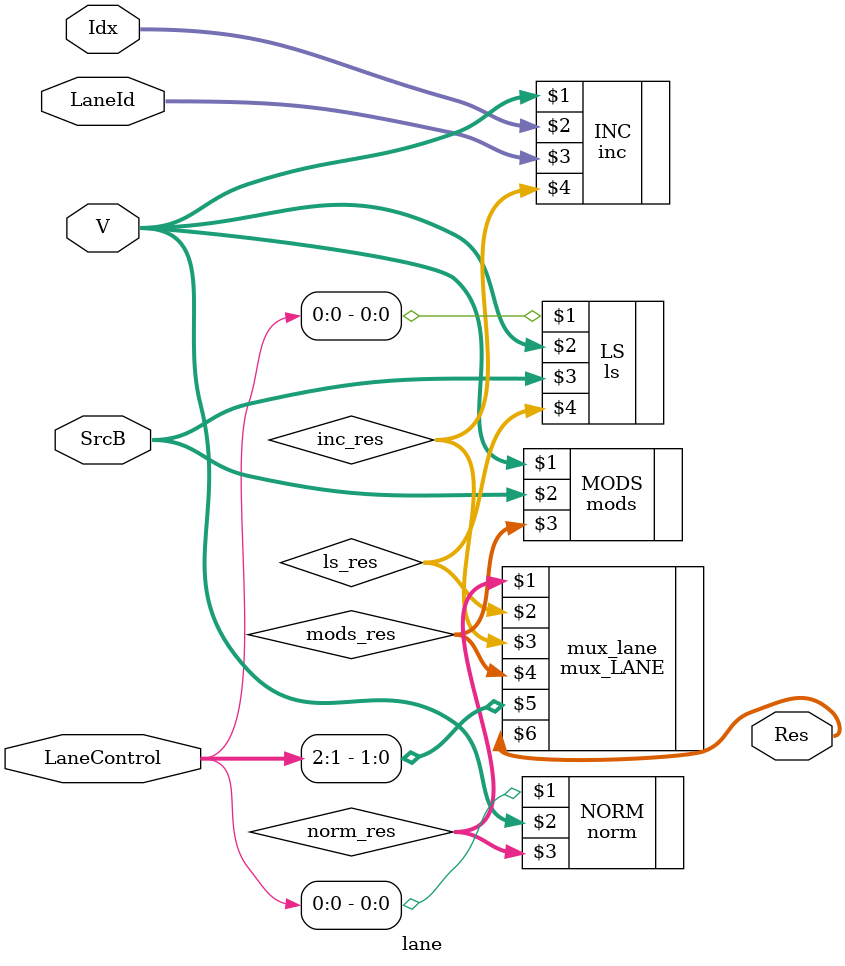
<source format=sv>
module lane (input logic [2:0]	LaneControl, 	// 0 -> Size
																// 2:1 -> OP
				 input logic [1:0]	LaneId,			// 0, 1, 2 o 3
				 input logic [15:0] 	V,					// Vector register 
				 input logic [1:0]	Idx, 				// For one vector instructions (inc1)
				 input logic [15:0] 	SrcB, 			// Scalar register or immediate 
				 output logic [15:0] Res);				// Result

		
	logic 			IdxFlag;
	logic [15:0] 	norm_res, inc_res, ls_res, mods_res;
	
	always_comb
	begin
		IdxFlag <= (LaneId == Idx);
	end
	 
	norm  NORM (LaneControl[0], V, norm_res);
	inc   INC  (V, Idx, LaneId, inc_res);
	ls 	LS (LaneControl[0], V, SrcB, ls_res);
	mods  MODS (V, SrcB, mods_res);
		
	mux_LANE mux_lane(norm_res, ls_res, inc_res, mods_res, LaneControl[2:1], Res);
 
endmodule

</source>
